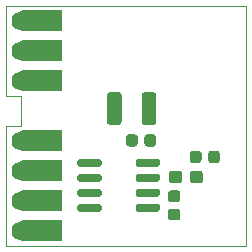
<source format=gbr>
%TF.GenerationSoftware,KiCad,Pcbnew,(5.1.9)-1*%
%TF.CreationDate,2021-06-01T15:36:46+02:00*%
%TF.ProjectId,18_Mesure_Courant,31385f4d-6573-4757-9265-5f436f757261,rev?*%
%TF.SameCoordinates,Original*%
%TF.FileFunction,Soldermask,Top*%
%TF.FilePolarity,Negative*%
%FSLAX46Y46*%
G04 Gerber Fmt 4.6, Leading zero omitted, Abs format (unit mm)*
G04 Created by KiCad (PCBNEW (5.1.9)-1) date 2021-06-01 15:36:46*
%MOMM*%
%LPD*%
G01*
G04 APERTURE LIST*
%TA.AperFunction,Profile*%
%ADD10C,0.050000*%
%TD*%
%ADD11C,1.624000*%
%ADD12C,0.100000*%
G04 APERTURE END LIST*
D10*
X101600000Y-69850000D02*
X100330000Y-69850000D01*
X101600000Y-72390000D02*
X101600000Y-69850000D01*
X100330000Y-72390000D02*
X101600000Y-72390000D01*
X100330000Y-82550000D02*
X120650000Y-82550000D01*
X100330000Y-62230000D02*
X101600000Y-62230000D01*
X100330000Y-64770000D02*
X100330000Y-62230000D01*
X100330000Y-69850000D02*
X100330000Y-67310000D01*
X120650000Y-62230000D02*
X120650000Y-82550000D01*
X101600000Y-62230000D02*
X120650000Y-62230000D01*
X100330000Y-80010000D02*
X100330000Y-82550000D01*
X100330000Y-64770000D02*
X100330000Y-67310000D01*
X100330000Y-80010000D02*
X100330000Y-72390000D01*
D11*
%TO.C,J2*%
X101600000Y-66040000D03*
D12*
G36*
X101939650Y-66939999D02*
G01*
X101927782Y-66939916D01*
X101924993Y-66939818D01*
X101842112Y-66934604D01*
X101837256Y-66934060D01*
X101755280Y-66920782D01*
X101750503Y-66919766D01*
X101670214Y-66898553D01*
X101665558Y-66897076D01*
X101587721Y-66868129D01*
X101583231Y-66866205D01*
X101508591Y-66829801D01*
X101504309Y-66827447D01*
X101433578Y-66783932D01*
X101429548Y-66781173D01*
X101363401Y-66730965D01*
X101359659Y-66727825D01*
X101298726Y-66671401D01*
X101295308Y-66667910D01*
X101240173Y-66605809D01*
X101237112Y-66602003D01*
X101188299Y-66534819D01*
X101185624Y-66530731D01*
X101143601Y-66459104D01*
X101141338Y-66454774D01*
X101106505Y-66379388D01*
X101104675Y-66374859D01*
X101077364Y-66296433D01*
X101075985Y-66291747D01*
X101056458Y-66211031D01*
X101055543Y-66206233D01*
X101043985Y-66123997D01*
X101043542Y-66119131D01*
X101040065Y-66036159D01*
X101040099Y-66031275D01*
X101044734Y-65948360D01*
X101045245Y-65943501D01*
X101057950Y-65861434D01*
X101058932Y-65856650D01*
X101079584Y-65776214D01*
X101081028Y-65771547D01*
X101109431Y-65693511D01*
X101111324Y-65689008D01*
X101147207Y-65614115D01*
X101149531Y-65609818D01*
X101192550Y-65538785D01*
X101195282Y-65534735D01*
X101245028Y-65468239D01*
X101248141Y-65464475D01*
X101304138Y-65403150D01*
X101307604Y-65399708D01*
X101369318Y-65344140D01*
X101373104Y-65341052D01*
X101439946Y-65291772D01*
X101444015Y-65289069D01*
X101515347Y-65246547D01*
X101519660Y-65244254D01*
X101594801Y-65208895D01*
X101599317Y-65207033D01*
X101677550Y-65179175D01*
X101682227Y-65177763D01*
X101762805Y-65157673D01*
X101767597Y-65156724D01*
X101849751Y-65144593D01*
X101854612Y-65144117D01*
X101937557Y-65140060D01*
X101940000Y-65140000D01*
X104990000Y-65140000D01*
X104999755Y-65140961D01*
X105009134Y-65143806D01*
X105017779Y-65148427D01*
X105025355Y-65154645D01*
X105031573Y-65162221D01*
X105036194Y-65170866D01*
X105039039Y-65180245D01*
X105040000Y-65190000D01*
X105040000Y-66890000D01*
X105039039Y-66899755D01*
X105036194Y-66909134D01*
X105031573Y-66917779D01*
X105025355Y-66925355D01*
X105017779Y-66931573D01*
X105009134Y-66936194D01*
X104999755Y-66939039D01*
X104990000Y-66940000D01*
X101940000Y-66940000D01*
X101939650Y-66939999D01*
G37*
%TD*%
D11*
%TO.C,J3*%
X101600000Y-68580000D03*
D12*
G36*
X101939650Y-69479999D02*
G01*
X101927782Y-69479916D01*
X101924993Y-69479818D01*
X101842112Y-69474604D01*
X101837256Y-69474060D01*
X101755280Y-69460782D01*
X101750503Y-69459766D01*
X101670214Y-69438553D01*
X101665558Y-69437076D01*
X101587721Y-69408129D01*
X101583231Y-69406205D01*
X101508591Y-69369801D01*
X101504309Y-69367447D01*
X101433578Y-69323932D01*
X101429548Y-69321173D01*
X101363401Y-69270965D01*
X101359659Y-69267825D01*
X101298726Y-69211401D01*
X101295308Y-69207910D01*
X101240173Y-69145809D01*
X101237112Y-69142003D01*
X101188299Y-69074819D01*
X101185624Y-69070731D01*
X101143601Y-68999104D01*
X101141338Y-68994774D01*
X101106505Y-68919388D01*
X101104675Y-68914859D01*
X101077364Y-68836433D01*
X101075985Y-68831747D01*
X101056458Y-68751031D01*
X101055543Y-68746233D01*
X101043985Y-68663997D01*
X101043542Y-68659131D01*
X101040065Y-68576159D01*
X101040099Y-68571275D01*
X101044734Y-68488360D01*
X101045245Y-68483501D01*
X101057950Y-68401434D01*
X101058932Y-68396650D01*
X101079584Y-68316214D01*
X101081028Y-68311547D01*
X101109431Y-68233511D01*
X101111324Y-68229008D01*
X101147207Y-68154115D01*
X101149531Y-68149818D01*
X101192550Y-68078785D01*
X101195282Y-68074735D01*
X101245028Y-68008239D01*
X101248141Y-68004475D01*
X101304138Y-67943150D01*
X101307604Y-67939708D01*
X101369318Y-67884140D01*
X101373104Y-67881052D01*
X101439946Y-67831772D01*
X101444015Y-67829069D01*
X101515347Y-67786547D01*
X101519660Y-67784254D01*
X101594801Y-67748895D01*
X101599317Y-67747033D01*
X101677550Y-67719175D01*
X101682227Y-67717763D01*
X101762805Y-67697673D01*
X101767597Y-67696724D01*
X101849751Y-67684593D01*
X101854612Y-67684117D01*
X101937557Y-67680060D01*
X101940000Y-67680000D01*
X104990000Y-67680000D01*
X104999755Y-67680961D01*
X105009134Y-67683806D01*
X105017779Y-67688427D01*
X105025355Y-67694645D01*
X105031573Y-67702221D01*
X105036194Y-67710866D01*
X105039039Y-67720245D01*
X105040000Y-67730000D01*
X105040000Y-69430000D01*
X105039039Y-69439755D01*
X105036194Y-69449134D01*
X105031573Y-69457779D01*
X105025355Y-69465355D01*
X105017779Y-69471573D01*
X105009134Y-69476194D01*
X104999755Y-69479039D01*
X104990000Y-69480000D01*
X101940000Y-69480000D01*
X101939650Y-69479999D01*
G37*
%TD*%
D11*
%TO.C,J1*%
X101600000Y-63500000D03*
D12*
G36*
X101939650Y-64399999D02*
G01*
X101927782Y-64399916D01*
X101924993Y-64399818D01*
X101842112Y-64394604D01*
X101837256Y-64394060D01*
X101755280Y-64380782D01*
X101750503Y-64379766D01*
X101670214Y-64358553D01*
X101665558Y-64357076D01*
X101587721Y-64328129D01*
X101583231Y-64326205D01*
X101508591Y-64289801D01*
X101504309Y-64287447D01*
X101433578Y-64243932D01*
X101429548Y-64241173D01*
X101363401Y-64190965D01*
X101359659Y-64187825D01*
X101298726Y-64131401D01*
X101295308Y-64127910D01*
X101240173Y-64065809D01*
X101237112Y-64062003D01*
X101188299Y-63994819D01*
X101185624Y-63990731D01*
X101143601Y-63919104D01*
X101141338Y-63914774D01*
X101106505Y-63839388D01*
X101104675Y-63834859D01*
X101077364Y-63756433D01*
X101075985Y-63751747D01*
X101056458Y-63671031D01*
X101055543Y-63666233D01*
X101043985Y-63583997D01*
X101043542Y-63579131D01*
X101040065Y-63496159D01*
X101040099Y-63491275D01*
X101044734Y-63408360D01*
X101045245Y-63403501D01*
X101057950Y-63321434D01*
X101058932Y-63316650D01*
X101079584Y-63236214D01*
X101081028Y-63231547D01*
X101109431Y-63153511D01*
X101111324Y-63149008D01*
X101147207Y-63074115D01*
X101149531Y-63069818D01*
X101192550Y-62998785D01*
X101195282Y-62994735D01*
X101245028Y-62928239D01*
X101248141Y-62924475D01*
X101304138Y-62863150D01*
X101307604Y-62859708D01*
X101369318Y-62804140D01*
X101373104Y-62801052D01*
X101439946Y-62751772D01*
X101444015Y-62749069D01*
X101515347Y-62706547D01*
X101519660Y-62704254D01*
X101594801Y-62668895D01*
X101599317Y-62667033D01*
X101677550Y-62639175D01*
X101682227Y-62637763D01*
X101762805Y-62617673D01*
X101767597Y-62616724D01*
X101849751Y-62604593D01*
X101854612Y-62604117D01*
X101937557Y-62600060D01*
X101940000Y-62600000D01*
X104990000Y-62600000D01*
X104999755Y-62600961D01*
X105009134Y-62603806D01*
X105017779Y-62608427D01*
X105025355Y-62614645D01*
X105031573Y-62622221D01*
X105036194Y-62630866D01*
X105039039Y-62640245D01*
X105040000Y-62650000D01*
X105040000Y-64350000D01*
X105039039Y-64359755D01*
X105036194Y-64369134D01*
X105031573Y-64377779D01*
X105025355Y-64385355D01*
X105017779Y-64391573D01*
X105009134Y-64396194D01*
X104999755Y-64399039D01*
X104990000Y-64400000D01*
X101940000Y-64400000D01*
X101939650Y-64399999D01*
G37*
%TD*%
%TO.C,R1*%
G36*
G01*
X115840000Y-77002500D02*
X115840000Y-76477500D01*
G75*
G02*
X116102500Y-76215000I262500J0D01*
G01*
X116727500Y-76215000D01*
G75*
G02*
X116990000Y-76477500I0J-262500D01*
G01*
X116990000Y-77002500D01*
G75*
G02*
X116727500Y-77265000I-262500J0D01*
G01*
X116102500Y-77265000D01*
G75*
G02*
X115840000Y-77002500I0J262500D01*
G01*
G37*
G36*
G01*
X114090000Y-77002500D02*
X114090000Y-76477500D01*
G75*
G02*
X114352500Y-76215000I262500J0D01*
G01*
X114977500Y-76215000D01*
G75*
G02*
X115240000Y-76477500I0J-262500D01*
G01*
X115240000Y-77002500D01*
G75*
G02*
X114977500Y-77265000I-262500J0D01*
G01*
X114352500Y-77265000D01*
G75*
G02*
X114090000Y-77002500I0J262500D01*
G01*
G37*
%TD*%
D11*
%TO.C,J6*%
X101600000Y-78740000D03*
D12*
G36*
X101939650Y-79639999D02*
G01*
X101927782Y-79639916D01*
X101924993Y-79639818D01*
X101842112Y-79634604D01*
X101837256Y-79634060D01*
X101755280Y-79620782D01*
X101750503Y-79619766D01*
X101670214Y-79598553D01*
X101665558Y-79597076D01*
X101587721Y-79568129D01*
X101583231Y-79566205D01*
X101508591Y-79529801D01*
X101504309Y-79527447D01*
X101433578Y-79483932D01*
X101429548Y-79481173D01*
X101363401Y-79430965D01*
X101359659Y-79427825D01*
X101298726Y-79371401D01*
X101295308Y-79367910D01*
X101240173Y-79305809D01*
X101237112Y-79302003D01*
X101188299Y-79234819D01*
X101185624Y-79230731D01*
X101143601Y-79159104D01*
X101141338Y-79154774D01*
X101106505Y-79079388D01*
X101104675Y-79074859D01*
X101077364Y-78996433D01*
X101075985Y-78991747D01*
X101056458Y-78911031D01*
X101055543Y-78906233D01*
X101043985Y-78823997D01*
X101043542Y-78819131D01*
X101040065Y-78736159D01*
X101040099Y-78731275D01*
X101044734Y-78648360D01*
X101045245Y-78643501D01*
X101057950Y-78561434D01*
X101058932Y-78556650D01*
X101079584Y-78476214D01*
X101081028Y-78471547D01*
X101109431Y-78393511D01*
X101111324Y-78389008D01*
X101147207Y-78314115D01*
X101149531Y-78309818D01*
X101192550Y-78238785D01*
X101195282Y-78234735D01*
X101245028Y-78168239D01*
X101248141Y-78164475D01*
X101304138Y-78103150D01*
X101307604Y-78099708D01*
X101369318Y-78044140D01*
X101373104Y-78041052D01*
X101439946Y-77991772D01*
X101444015Y-77989069D01*
X101515347Y-77946547D01*
X101519660Y-77944254D01*
X101594801Y-77908895D01*
X101599317Y-77907033D01*
X101677550Y-77879175D01*
X101682227Y-77877763D01*
X101762805Y-77857673D01*
X101767597Y-77856724D01*
X101849751Y-77844593D01*
X101854612Y-77844117D01*
X101937557Y-77840060D01*
X101940000Y-77840000D01*
X104990000Y-77840000D01*
X104999755Y-77840961D01*
X105009134Y-77843806D01*
X105017779Y-77848427D01*
X105025355Y-77854645D01*
X105031573Y-77862221D01*
X105036194Y-77870866D01*
X105039039Y-77880245D01*
X105040000Y-77890000D01*
X105040000Y-79590000D01*
X105039039Y-79599755D01*
X105036194Y-79609134D01*
X105031573Y-79617779D01*
X105025355Y-79625355D01*
X105017779Y-79631573D01*
X105009134Y-79636194D01*
X104999755Y-79639039D01*
X104990000Y-79640000D01*
X101940000Y-79640000D01*
X101939650Y-79639999D01*
G37*
%TD*%
%TO.C,C1*%
G36*
G01*
X111465000Y-73365000D02*
X111465000Y-73915000D01*
G75*
G02*
X111215000Y-74165000I-250000J0D01*
G01*
X110715000Y-74165000D01*
G75*
G02*
X110465000Y-73915000I0J250000D01*
G01*
X110465000Y-73365000D01*
G75*
G02*
X110715000Y-73115000I250000J0D01*
G01*
X111215000Y-73115000D01*
G75*
G02*
X111465000Y-73365000I0J-250000D01*
G01*
G37*
G36*
G01*
X113015000Y-73365000D02*
X113015000Y-73915000D01*
G75*
G02*
X112765000Y-74165000I-250000J0D01*
G01*
X112265000Y-74165000D01*
G75*
G02*
X112015000Y-73915000I0J250000D01*
G01*
X112015000Y-73365000D01*
G75*
G02*
X112265000Y-73115000I250000J0D01*
G01*
X112765000Y-73115000D01*
G75*
G02*
X113015000Y-73365000I0J-250000D01*
G01*
G37*
%TD*%
D11*
%TO.C,J7*%
X101600000Y-81280000D03*
D12*
G36*
X101939650Y-82179999D02*
G01*
X101927782Y-82179916D01*
X101924993Y-82179818D01*
X101842112Y-82174604D01*
X101837256Y-82174060D01*
X101755280Y-82160782D01*
X101750503Y-82159766D01*
X101670214Y-82138553D01*
X101665558Y-82137076D01*
X101587721Y-82108129D01*
X101583231Y-82106205D01*
X101508591Y-82069801D01*
X101504309Y-82067447D01*
X101433578Y-82023932D01*
X101429548Y-82021173D01*
X101363401Y-81970965D01*
X101359659Y-81967825D01*
X101298726Y-81911401D01*
X101295308Y-81907910D01*
X101240173Y-81845809D01*
X101237112Y-81842003D01*
X101188299Y-81774819D01*
X101185624Y-81770731D01*
X101143601Y-81699104D01*
X101141338Y-81694774D01*
X101106505Y-81619388D01*
X101104675Y-81614859D01*
X101077364Y-81536433D01*
X101075985Y-81531747D01*
X101056458Y-81451031D01*
X101055543Y-81446233D01*
X101043985Y-81363997D01*
X101043542Y-81359131D01*
X101040065Y-81276159D01*
X101040099Y-81271275D01*
X101044734Y-81188360D01*
X101045245Y-81183501D01*
X101057950Y-81101434D01*
X101058932Y-81096650D01*
X101079584Y-81016214D01*
X101081028Y-81011547D01*
X101109431Y-80933511D01*
X101111324Y-80929008D01*
X101147207Y-80854115D01*
X101149531Y-80849818D01*
X101192550Y-80778785D01*
X101195282Y-80774735D01*
X101245028Y-80708239D01*
X101248141Y-80704475D01*
X101304138Y-80643150D01*
X101307604Y-80639708D01*
X101369318Y-80584140D01*
X101373104Y-80581052D01*
X101439946Y-80531772D01*
X101444015Y-80529069D01*
X101515347Y-80486547D01*
X101519660Y-80484254D01*
X101594801Y-80448895D01*
X101599317Y-80447033D01*
X101677550Y-80419175D01*
X101682227Y-80417763D01*
X101762805Y-80397673D01*
X101767597Y-80396724D01*
X101849751Y-80384593D01*
X101854612Y-80384117D01*
X101937557Y-80380060D01*
X101940000Y-80380000D01*
X104990000Y-80380000D01*
X104999755Y-80380961D01*
X105009134Y-80383806D01*
X105017779Y-80388427D01*
X105025355Y-80394645D01*
X105031573Y-80402221D01*
X105036194Y-80410866D01*
X105039039Y-80420245D01*
X105040000Y-80430000D01*
X105040000Y-82130000D01*
X105039039Y-82139755D01*
X105036194Y-82149134D01*
X105031573Y-82157779D01*
X105025355Y-82165355D01*
X105017779Y-82171573D01*
X105009134Y-82176194D01*
X104999755Y-82179039D01*
X104990000Y-82180000D01*
X101940000Y-82180000D01*
X101939650Y-82179999D01*
G37*
%TD*%
D11*
%TO.C,J4*%
X101600000Y-73660000D03*
D12*
G36*
X101939650Y-74559999D02*
G01*
X101927782Y-74559916D01*
X101924993Y-74559818D01*
X101842112Y-74554604D01*
X101837256Y-74554060D01*
X101755280Y-74540782D01*
X101750503Y-74539766D01*
X101670214Y-74518553D01*
X101665558Y-74517076D01*
X101587721Y-74488129D01*
X101583231Y-74486205D01*
X101508591Y-74449801D01*
X101504309Y-74447447D01*
X101433578Y-74403932D01*
X101429548Y-74401173D01*
X101363401Y-74350965D01*
X101359659Y-74347825D01*
X101298726Y-74291401D01*
X101295308Y-74287910D01*
X101240173Y-74225809D01*
X101237112Y-74222003D01*
X101188299Y-74154819D01*
X101185624Y-74150731D01*
X101143601Y-74079104D01*
X101141338Y-74074774D01*
X101106505Y-73999388D01*
X101104675Y-73994859D01*
X101077364Y-73916433D01*
X101075985Y-73911747D01*
X101056458Y-73831031D01*
X101055543Y-73826233D01*
X101043985Y-73743997D01*
X101043542Y-73739131D01*
X101040065Y-73656159D01*
X101040099Y-73651275D01*
X101044734Y-73568360D01*
X101045245Y-73563501D01*
X101057950Y-73481434D01*
X101058932Y-73476650D01*
X101079584Y-73396214D01*
X101081028Y-73391547D01*
X101109431Y-73313511D01*
X101111324Y-73309008D01*
X101147207Y-73234115D01*
X101149531Y-73229818D01*
X101192550Y-73158785D01*
X101195282Y-73154735D01*
X101245028Y-73088239D01*
X101248141Y-73084475D01*
X101304138Y-73023150D01*
X101307604Y-73019708D01*
X101369318Y-72964140D01*
X101373104Y-72961052D01*
X101439946Y-72911772D01*
X101444015Y-72909069D01*
X101515347Y-72866547D01*
X101519660Y-72864254D01*
X101594801Y-72828895D01*
X101599317Y-72827033D01*
X101677550Y-72799175D01*
X101682227Y-72797763D01*
X101762805Y-72777673D01*
X101767597Y-72776724D01*
X101849751Y-72764593D01*
X101854612Y-72764117D01*
X101937557Y-72760060D01*
X101940000Y-72760000D01*
X104990000Y-72760000D01*
X104999755Y-72760961D01*
X105009134Y-72763806D01*
X105017779Y-72768427D01*
X105025355Y-72774645D01*
X105031573Y-72782221D01*
X105036194Y-72790866D01*
X105039039Y-72800245D01*
X105040000Y-72810000D01*
X105040000Y-74510000D01*
X105039039Y-74519755D01*
X105036194Y-74529134D01*
X105031573Y-74537779D01*
X105025355Y-74545355D01*
X105017779Y-74551573D01*
X105009134Y-74556194D01*
X104999755Y-74559039D01*
X104990000Y-74560000D01*
X101940000Y-74560000D01*
X101939650Y-74559999D01*
G37*
%TD*%
D11*
%TO.C,J5*%
X101600000Y-76200000D03*
D12*
G36*
X101939650Y-77099999D02*
G01*
X101927782Y-77099916D01*
X101924993Y-77099818D01*
X101842112Y-77094604D01*
X101837256Y-77094060D01*
X101755280Y-77080782D01*
X101750503Y-77079766D01*
X101670214Y-77058553D01*
X101665558Y-77057076D01*
X101587721Y-77028129D01*
X101583231Y-77026205D01*
X101508591Y-76989801D01*
X101504309Y-76987447D01*
X101433578Y-76943932D01*
X101429548Y-76941173D01*
X101363401Y-76890965D01*
X101359659Y-76887825D01*
X101298726Y-76831401D01*
X101295308Y-76827910D01*
X101240173Y-76765809D01*
X101237112Y-76762003D01*
X101188299Y-76694819D01*
X101185624Y-76690731D01*
X101143601Y-76619104D01*
X101141338Y-76614774D01*
X101106505Y-76539388D01*
X101104675Y-76534859D01*
X101077364Y-76456433D01*
X101075985Y-76451747D01*
X101056458Y-76371031D01*
X101055543Y-76366233D01*
X101043985Y-76283997D01*
X101043542Y-76279131D01*
X101040065Y-76196159D01*
X101040099Y-76191275D01*
X101044734Y-76108360D01*
X101045245Y-76103501D01*
X101057950Y-76021434D01*
X101058932Y-76016650D01*
X101079584Y-75936214D01*
X101081028Y-75931547D01*
X101109431Y-75853511D01*
X101111324Y-75849008D01*
X101147207Y-75774115D01*
X101149531Y-75769818D01*
X101192550Y-75698785D01*
X101195282Y-75694735D01*
X101245028Y-75628239D01*
X101248141Y-75624475D01*
X101304138Y-75563150D01*
X101307604Y-75559708D01*
X101369318Y-75504140D01*
X101373104Y-75501052D01*
X101439946Y-75451772D01*
X101444015Y-75449069D01*
X101515347Y-75406547D01*
X101519660Y-75404254D01*
X101594801Y-75368895D01*
X101599317Y-75367033D01*
X101677550Y-75339175D01*
X101682227Y-75337763D01*
X101762805Y-75317673D01*
X101767597Y-75316724D01*
X101849751Y-75304593D01*
X101854612Y-75304117D01*
X101937557Y-75300060D01*
X101940000Y-75300000D01*
X104990000Y-75300000D01*
X104999755Y-75300961D01*
X105009134Y-75303806D01*
X105017779Y-75308427D01*
X105025355Y-75314645D01*
X105031573Y-75322221D01*
X105036194Y-75330866D01*
X105039039Y-75340245D01*
X105040000Y-75350000D01*
X105040000Y-77050000D01*
X105039039Y-77059755D01*
X105036194Y-77069134D01*
X105031573Y-77077779D01*
X105025355Y-77085355D01*
X105017779Y-77091573D01*
X105009134Y-77096194D01*
X104999755Y-77099039D01*
X104990000Y-77100000D01*
X101940000Y-77100000D01*
X101939650Y-77099999D01*
G37*
%TD*%
%TO.C,C2*%
G36*
G01*
X110090000Y-69811738D02*
X110090000Y-72068262D01*
G75*
G02*
X109818262Y-72340000I-271738J0D01*
G01*
X109111738Y-72340000D01*
G75*
G02*
X108840000Y-72068262I0J271738D01*
G01*
X108840000Y-69811738D01*
G75*
G02*
X109111738Y-69540000I271738J0D01*
G01*
X109818262Y-69540000D01*
G75*
G02*
X110090000Y-69811738I0J-271738D01*
G01*
G37*
G36*
G01*
X113040000Y-69811738D02*
X113040000Y-72068262D01*
G75*
G02*
X112768262Y-72340000I-271738J0D01*
G01*
X112061738Y-72340000D01*
G75*
G02*
X111790000Y-72068262I0J271738D01*
G01*
X111790000Y-69811738D01*
G75*
G02*
X112061738Y-69540000I271738J0D01*
G01*
X112768262Y-69540000D01*
G75*
G02*
X113040000Y-69811738I0J-271738D01*
G01*
G37*
%TD*%
%TO.C,C3*%
G36*
G01*
X117415000Y-75315000D02*
X117415000Y-74765000D01*
G75*
G02*
X117665000Y-74515000I250000J0D01*
G01*
X118165000Y-74515000D01*
G75*
G02*
X118415000Y-74765000I0J-250000D01*
G01*
X118415000Y-75315000D01*
G75*
G02*
X118165000Y-75565000I-250000J0D01*
G01*
X117665000Y-75565000D01*
G75*
G02*
X117415000Y-75315000I0J250000D01*
G01*
G37*
G36*
G01*
X115865000Y-75315000D02*
X115865000Y-74765000D01*
G75*
G02*
X116115000Y-74515000I250000J0D01*
G01*
X116615000Y-74515000D01*
G75*
G02*
X116865000Y-74765000I0J-250000D01*
G01*
X116865000Y-75315000D01*
G75*
G02*
X116615000Y-75565000I-250000J0D01*
G01*
X116115000Y-75565000D01*
G75*
G02*
X115865000Y-75315000I0J250000D01*
G01*
G37*
%TD*%
%TO.C,C4*%
G36*
G01*
X114265000Y-79415000D02*
X114815000Y-79415000D01*
G75*
G02*
X115065000Y-79665000I0J-250000D01*
G01*
X115065000Y-80165000D01*
G75*
G02*
X114815000Y-80415000I-250000J0D01*
G01*
X114265000Y-80415000D01*
G75*
G02*
X114015000Y-80165000I0J250000D01*
G01*
X114015000Y-79665000D01*
G75*
G02*
X114265000Y-79415000I250000J0D01*
G01*
G37*
G36*
G01*
X114265000Y-77865000D02*
X114815000Y-77865000D01*
G75*
G02*
X115065000Y-78115000I0J-250000D01*
G01*
X115065000Y-78615000D01*
G75*
G02*
X114815000Y-78865000I-250000J0D01*
G01*
X114265000Y-78865000D01*
G75*
G02*
X114015000Y-78615000I0J250000D01*
G01*
X114015000Y-78115000D01*
G75*
G02*
X114265000Y-77865000I250000J0D01*
G01*
G37*
%TD*%
%TO.C,U1*%
G36*
G01*
X111290000Y-75710000D02*
X111290000Y-75360000D01*
G75*
G02*
X111465000Y-75185000I175000J0D01*
G01*
X113165000Y-75185000D01*
G75*
G02*
X113340000Y-75360000I0J-175000D01*
G01*
X113340000Y-75710000D01*
G75*
G02*
X113165000Y-75885000I-175000J0D01*
G01*
X111465000Y-75885000D01*
G75*
G02*
X111290000Y-75710000I0J175000D01*
G01*
G37*
G36*
G01*
X111290000Y-76980000D02*
X111290000Y-76630000D01*
G75*
G02*
X111465000Y-76455000I175000J0D01*
G01*
X113165000Y-76455000D01*
G75*
G02*
X113340000Y-76630000I0J-175000D01*
G01*
X113340000Y-76980000D01*
G75*
G02*
X113165000Y-77155000I-175000J0D01*
G01*
X111465000Y-77155000D01*
G75*
G02*
X111290000Y-76980000I0J175000D01*
G01*
G37*
G36*
G01*
X111290000Y-78250000D02*
X111290000Y-77900000D01*
G75*
G02*
X111465000Y-77725000I175000J0D01*
G01*
X113165000Y-77725000D01*
G75*
G02*
X113340000Y-77900000I0J-175000D01*
G01*
X113340000Y-78250000D01*
G75*
G02*
X113165000Y-78425000I-175000J0D01*
G01*
X111465000Y-78425000D01*
G75*
G02*
X111290000Y-78250000I0J175000D01*
G01*
G37*
G36*
G01*
X111290000Y-79520000D02*
X111290000Y-79170000D01*
G75*
G02*
X111465000Y-78995000I175000J0D01*
G01*
X113165000Y-78995000D01*
G75*
G02*
X113340000Y-79170000I0J-175000D01*
G01*
X113340000Y-79520000D01*
G75*
G02*
X113165000Y-79695000I-175000J0D01*
G01*
X111465000Y-79695000D01*
G75*
G02*
X111290000Y-79520000I0J175000D01*
G01*
G37*
G36*
G01*
X106340000Y-79520000D02*
X106340000Y-79170000D01*
G75*
G02*
X106515000Y-78995000I175000J0D01*
G01*
X108215000Y-78995000D01*
G75*
G02*
X108390000Y-79170000I0J-175000D01*
G01*
X108390000Y-79520000D01*
G75*
G02*
X108215000Y-79695000I-175000J0D01*
G01*
X106515000Y-79695000D01*
G75*
G02*
X106340000Y-79520000I0J175000D01*
G01*
G37*
G36*
G01*
X106340000Y-78250000D02*
X106340000Y-77900000D01*
G75*
G02*
X106515000Y-77725000I175000J0D01*
G01*
X108215000Y-77725000D01*
G75*
G02*
X108390000Y-77900000I0J-175000D01*
G01*
X108390000Y-78250000D01*
G75*
G02*
X108215000Y-78425000I-175000J0D01*
G01*
X106515000Y-78425000D01*
G75*
G02*
X106340000Y-78250000I0J175000D01*
G01*
G37*
G36*
G01*
X106340000Y-76980000D02*
X106340000Y-76630000D01*
G75*
G02*
X106515000Y-76455000I175000J0D01*
G01*
X108215000Y-76455000D01*
G75*
G02*
X108390000Y-76630000I0J-175000D01*
G01*
X108390000Y-76980000D01*
G75*
G02*
X108215000Y-77155000I-175000J0D01*
G01*
X106515000Y-77155000D01*
G75*
G02*
X106340000Y-76980000I0J175000D01*
G01*
G37*
G36*
G01*
X106340000Y-75710000D02*
X106340000Y-75360000D01*
G75*
G02*
X106515000Y-75185000I175000J0D01*
G01*
X108215000Y-75185000D01*
G75*
G02*
X108390000Y-75360000I0J-175000D01*
G01*
X108390000Y-75710000D01*
G75*
G02*
X108215000Y-75885000I-175000J0D01*
G01*
X106515000Y-75885000D01*
G75*
G02*
X106340000Y-75710000I0J175000D01*
G01*
G37*
%TD*%
M02*

</source>
